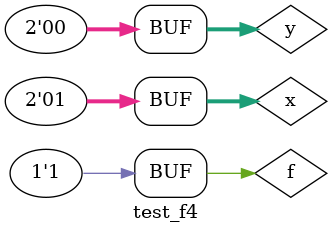
<source format=v>


// -------------------------
// --- selecionador
// -------------------------
module selecionador (output [1:0]saida, input [1:0]entrada1, input [1:0]entrada2, input chave);
	wire [3:0] s1;
	wire saida_not;
	
	not NOT1(saida_not, chave);
	
	and AND1(s1[0], entrada1[0], chave);
	and AND2(s1[1], entrada1[1], chave);
	
	and AND3(s1[2], entrada2[0], saida_not);
	and AND4(s1[3], entrada2[1], saida_not);
	
	or OR1(saida[0], s1[0], s1[2]);
	or OR2(saida[1], s1[1], s1[3]);
	
endmodule // -- selecionador

// -------------------------
// --- f4_gate
// -------------------------
module f4 (output [1:0]s, input [1:0]a, input [1:0]b, input f);
	wire [1:0] saida_and;
	wire [1:0] saida_or;
	
	and AND1(saida_and[0], a[0], b[0]);
	and AND2(saida_and[1], a[1], b[1]);
	
	or OR1(saida_or[0], a[0], b[0]);
	or OR2(saida_or[1], a[1], b[1]);
	
	selecionador SEL1 (s, saida_and, saida_or, f);
	
endmodule // -- f4

// -------------------------
// --- modulo de teste
// -------------------------
module test_f4;
   
   reg  [1:0] x, y;
   reg  f;
   wire [1:0] z;
   
   f4 modulo (z, x, y, f);
   
   // -- parte principal
   initial begin
      $display("Exemplo 0032 - ANA CRISTINA - 427385");
      $display("Test LU's module");
      $display("Legenda da chave: O-OR 1-AND \n");
      
      #1 x = 2'b01; y = 2'b10; f = 0;
      
      $monitor("ch = %1b\t x = %2b\t y = %2b\t s = %3b", f, x, y, z);
      #1 x = 2'b01; y = 2'b10; f = 1;
      #1 x = 2'b11; y = 2'b00; f = 0;
      #1 x = 2'b11; y = 2'b00; f = 1;
      #1 x = 2'b10; y = 2'b10; f = 0;
      #1 x = 2'b10; y = 2'b10; f = 1;
      #1 x = 2'b01; y = 2'b00; f = 0;
      #1 x = 2'b01; y = 2'b00; f = 1;
   end
endmodule // -- test_f4

// -- Testes
// Exemplo 0032 - ANA CRISTINA - 427385
// Test LU's module
// Legenda da chave: O-OR 1-AND
// ch = 0	 x = 01	 y = 10	 s =  11
// ch = 1	 x = 01	 y = 10	 s =  00
// ch = 0	 x = 11	 y = 00	 s =  11
// ch = 1	 x = 11	 y = 00	 s =  00
// ch = 0	 x = 10	 y = 10	 s =  10
// ch = 1	 x = 10	 y = 10	 s =  10
// ch = 0	 x = 01	 y = 00	 s =  01
// ch = 1	 x = 01	 y = 00	 s =  00
</source>
